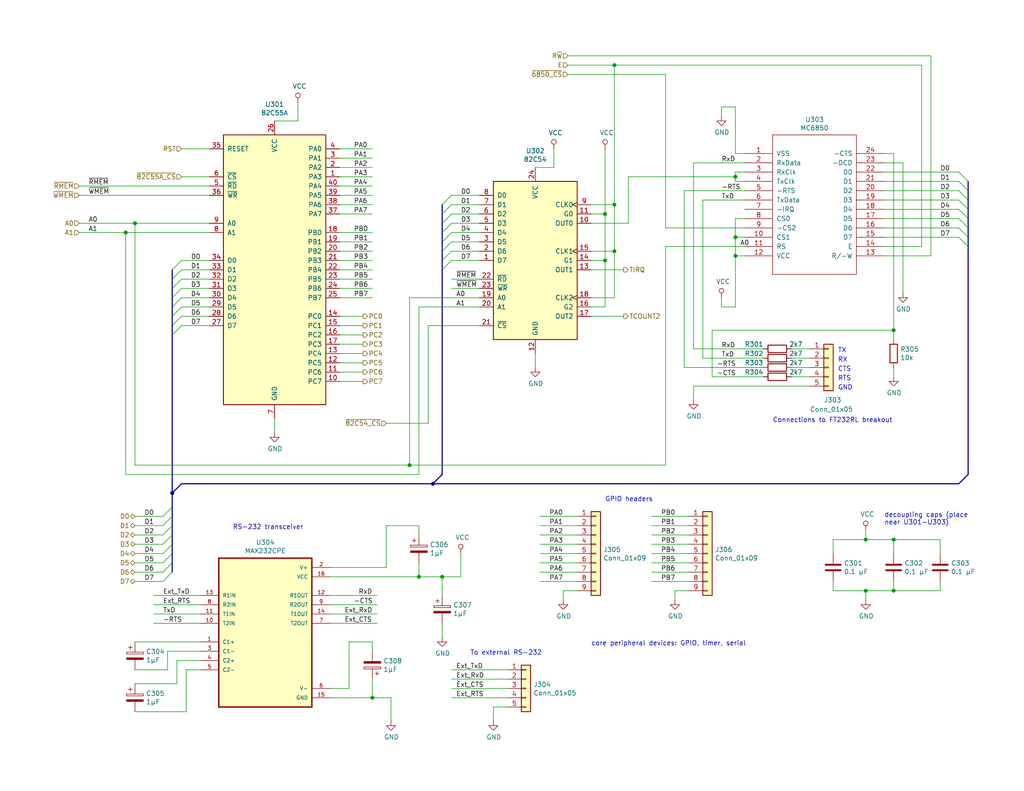
<source format=kicad_sch>
(kicad_sch (version 20211123) (generator eeschema)
  (paper "USLetter")
  (lib_symbols
    (symbol "Connector_Generic:Conn_01x05" (pin_names (offset 1.016) hide)
      (property "Reference" "J" (at 0 7.62 0))
      (property "Value" "Conn_01x05" (at 0 -7.62 0))
      (symbol "Conn_01x05_1_1"
        (rectangle (start -1.27 -4.953) (end 0 -5.207) (stroke (width 0.1524)))
        (rectangle (start -1.27 -2.413) (end 0 -2.667) (stroke (width 0.1524)))
        (rectangle (start -1.27 0.127) (end 0 -0.127) (stroke (width 0.1524)))
        (rectangle (start -1.27 2.667) (end 0 2.413) (stroke (width 0.1524)))
        (rectangle (start -1.27 5.207) (end 0 4.953) (stroke (width 0.1524)))
        (rectangle (start -1.27 6.35) (end 1.27 -6.35) (stroke (width 0.254)) (fill (type background)))
        (pin passive line (at -5.08 5.08 0) (length 3.81) (name "Pin_1") (number "1"))
        (pin passive line (at -5.08 2.54 0) (length 3.81) (name "Pin_2") (number "2"))
        (pin passive line (at -5.08 0 0) (length 3.81) (name "Pin_3") (number "3"))
        (pin passive line (at -5.08 -2.54 0) (length 3.81) (name "Pin_4") (number "4"))
        (pin passive line (at -5.08 -5.08 0) (length 3.81) (name "Pin_5") (number "5"))
      )
    )
    (symbol "Connector_Generic:Conn_01x09" (pin_names (offset 1.016) hide)
      (property "Reference" "J" (at 0 12.7 0))
      (property "Value" "Conn_01x09" (at 0 -12.7 0))
      (symbol "Conn_01x09_1_1"
        (rectangle (start -1.27 -10.033) (end 0 -10.287) (stroke (width 0.1524)))
        (rectangle (start -1.27 -7.493) (end 0 -7.747) (stroke (width 0.1524)))
        (rectangle (start -1.27 -4.953) (end 0 -5.207) (stroke (width 0.1524)))
        (rectangle (start -1.27 -2.413) (end 0 -2.667) (stroke (width 0.1524)))
        (rectangle (start -1.27 0.127) (end 0 -0.127) (stroke (width 0.1524)))
        (rectangle (start -1.27 2.667) (end 0 2.413) (stroke (width 0.1524)))
        (rectangle (start -1.27 5.207) (end 0 4.953) (stroke (width 0.1524)))
        (rectangle (start -1.27 7.747) (end 0 7.493) (stroke (width 0.1524)))
        (rectangle (start -1.27 10.287) (end 0 10.033) (stroke (width 0.1524)))
        (rectangle (start -1.27 11.43) (end 1.27 -11.43) (stroke (width 0.254)) (fill (type background)))
        (pin passive line (at -5.08 10.16 0) (length 3.81) (name "Pin_1") (number "1"))
        (pin passive line (at -5.08 7.62 0) (length 3.81) (name "Pin_2") (number "2"))
        (pin passive line (at -5.08 5.08 0) (length 3.81) (name "Pin_3") (number "3"))
        (pin passive line (at -5.08 2.54 0) (length 3.81) (name "Pin_4") (number "4"))
        (pin passive line (at -5.08 0 0) (length 3.81) (name "Pin_5") (number "5"))
        (pin passive line (at -5.08 -2.54 0) (length 3.81) (name "Pin_6") (number "6"))
        (pin passive line (at -5.08 -5.08 0) (length 3.81) (name "Pin_7") (number "7"))
        (pin passive line (at -5.08 -7.62 0) (length 3.81) (name "Pin_8") (number "8"))
        (pin passive line (at -5.08 -10.16 0) (length 3.81) (name "Pin_9") (number "9"))
      )
    )
    (symbol "Interface:82C55A" (pin_names (offset 1.016))
      (property "Reference" "U" (at -13.97 38.1 0))
      (property "Value" "82C55A" (at 8.89 38.1 0))
      (symbol "82C55A_1_1"
        (rectangle (start -13.97 -36.83) (end 13.97 36.83) (stroke (width 0.254)) (fill (type background)))
        (pin bidirectional line (at 17.78 25.4 180) (length 3.81) (name "PA3") (number "1"))
        (pin bidirectional line (at 17.78 -30.48 180) (length 3.81) (name "PC7") (number "10"))
        (pin bidirectional line (at 17.78 -27.94 180) (length 3.81) (name "PC6") (number "11"))
        (pin bidirectional line (at 17.78 -25.4 180) (length 3.81) (name "PC5") (number "12"))
        (pin bidirectional line (at 17.78 -22.86 180) (length 3.81) (name "PC4") (number "13"))
        (pin bidirectional line (at 17.78 -12.7 180) (length 3.81) (name "PC0") (number "14"))
        (pin bidirectional line (at 17.78 -15.24 180) (length 3.81) (name "PC1") (number "15"))
        (pin bidirectional line (at 17.78 -17.78 180) (length 3.81) (name "PC2") (number "16"))
        (pin bidirectional line (at 17.78 -20.32 180) (length 3.81) (name "PC3") (number "17"))
        (pin bidirectional line (at 17.78 10.16 180) (length 3.81) (name "PB0") (number "18"))
        (pin bidirectional line (at 17.78 7.62 180) (length 3.81) (name "PB1") (number "19"))
        (pin bidirectional line (at 17.78 27.94 180) (length 3.81) (name "PA2") (number "2"))
        (pin bidirectional line (at 17.78 5.08 180) (length 3.81) (name "PB2") (number "20"))
        (pin bidirectional line (at 17.78 2.54 180) (length 3.81) (name "PB3") (number "21"))
        (pin bidirectional line (at 17.78 0 180) (length 3.81) (name "PB4") (number "22"))
        (pin bidirectional line (at 17.78 -2.54 180) (length 3.81) (name "PB5") (number "23"))
        (pin bidirectional line (at 17.78 -5.08 180) (length 3.81) (name "PB6") (number "24"))
        (pin bidirectional line (at 17.78 -7.62 180) (length 3.81) (name "PB7") (number "25"))
        (pin power_in line (at 0 40.64 270) (length 3.81) (name "VCC") (number "26"))
        (pin bidirectional line (at -17.78 -15.24 0) (length 3.81) (name "D7") (number "27"))
        (pin bidirectional line (at -17.78 -12.7 0) (length 3.81) (name "D6") (number "28"))
        (pin bidirectional line (at -17.78 -10.16 0) (length 3.81) (name "D5") (number "29"))
        (pin bidirectional line (at 17.78 30.48 180) (length 3.81) (name "PA1") (number "3"))
        (pin bidirectional line (at -17.78 -7.62 0) (length 3.81) (name "D4") (number "30"))
        (pin bidirectional line (at -17.78 -5.08 0) (length 3.81) (name "D3") (number "31"))
        (pin bidirectional line (at -17.78 -2.54 0) (length 3.81) (name "D2") (number "32"))
        (pin bidirectional line (at -17.78 0 0) (length 3.81) (name "D1") (number "33"))
        (pin bidirectional line (at -17.78 2.54 0) (length 3.81) (name "D0") (number "34"))
        (pin input line (at -17.78 33.02 0) (length 3.81) (name "RESET") (number "35"))
        (pin input line (at -17.78 20.32 0) (length 3.81) (name "~{WR}") (number "36"))
        (pin bidirectional line (at 17.78 15.24 180) (length 3.81) (name "PA7") (number "37"))
        (pin bidirectional line (at 17.78 17.78 180) (length 3.81) (name "PA6") (number "38"))
        (pin bidirectional line (at 17.78 20.32 180) (length 3.81) (name "PA5") (number "39"))
        (pin bidirectional line (at 17.78 33.02 180) (length 3.81) (name "PA0") (number "4"))
        (pin bidirectional line (at 17.78 22.86 180) (length 3.81) (name "PA4") (number "40"))
        (pin input line (at -17.78 22.86 0) (length 3.81) (name "~{RD}") (number "5"))
        (pin input line (at -17.78 25.4 0) (length 3.81) (name "~{CS}") (number "6"))
        (pin power_in line (at 0 -40.64 90) (length 3.81) (name "GND") (number "7"))
        (pin input line (at -17.78 10.16 0) (length 3.81) (name "A1") (number "8"))
        (pin input line (at -17.78 12.7 0) (length 3.81) (name "A0") (number "9"))
      )
    )
    (symbol "MAX232CPE:MAX232CPE" (pin_names (offset 1.016))
      (property "Reference" "U" (at -12.7 21.3106 0))
      (property "Value" "MAX232CPE" (at -12.7 -24.3078 0))
      (symbol "MAX232CPE_0_0"
        (rectangle (start -12.7 -20.32) (end 12.7 20.32) (stroke (width 0.4064)) (fill (type background)))
        (pin bidirectional line (at -17.78 -2.54 0) (length 5.08) (name "C1+") (number "1"))
        (pin input line (at -17.78 2.54 0) (length 5.08) (name "T2IN") (number "10"))
        (pin input line (at -17.78 5.08 0) (length 5.08) (name "T1IN") (number "11"))
        (pin output line (at 17.78 10.16 180) (length 5.08) (name "R1OUT") (number "12"))
        (pin input line (at -17.78 10.16 0) (length 5.08) (name "R1IN") (number "13"))
        (pin output line (at 17.78 5.08 180) (length 5.08) (name "T1OUT") (number "14"))
        (pin power_in line (at 17.78 -17.78 180) (length 5.08) (name "GND") (number "15"))
        (pin power_in line (at 17.78 15.24 180) (length 5.08) (name "VCC") (number "16"))
        (pin power_in line (at 17.78 17.78 180) (length 5.08) (name "V+") (number "2"))
        (pin bidirectional line (at -17.78 -5.08 0) (length 5.08) (name "C1-") (number "3"))
        (pin bidirectional line (at -17.78 -7.62 0) (length 5.08) (name "C2+") (number "4"))
        (pin bidirectional line (at -17.78 -10.16 0) (length 5.08) (name "C2-") (number "5"))
        (pin power_in line (at 17.78 -15.24 180) (length 5.08) (name "V-") (number "6"))
        (pin output line (at 17.78 2.54 180) (length 5.08) (name "T2OUT") (number "7"))
        (pin input line (at -17.78 7.62 0) (length 5.08) (name "R2IN") (number "8"))
        (pin output line (at 17.78 7.62 180) (length 5.08) (name "R2OUT") (number "9"))
      )
    )
    (symbol "MC6850:MC6850" (pin_names (offset 1.016))
      (property "Reference" "U" (at 0 -2.54 0))
      (property "Value" "MC6850" (at 0 2.54 0))
      (symbol "MC6850_1_0"
        (rectangle (start -11.43 -19.05) (end 11.43 19.05))
      )
      (symbol "MC6850_1_1"
        (pin power_in line (at -19.05 13.97 0) (length 7.62) (name "VSS") (number "1"))
        (pin input line (at -19.05 -8.89 0) (length 7.62) (name "CS1") (number "10"))
        (pin input line (at -19.05 -11.43 0) (length 7.62) (name "RS") (number "11"))
        (pin power_in line (at -19.05 -13.97 0) (length 7.62) (name "VCC") (number "12"))
        (pin input line (at 19.05 -13.97 180) (length 7.62) (name "R/-W") (number "13"))
        (pin input line (at 19.05 -11.43 180) (length 7.62) (name "E") (number "14"))
        (pin bidirectional line (at 19.05 -8.89 180) (length 7.62) (name "D7") (number "15"))
        (pin bidirectional line (at 19.05 -6.35 180) (length 7.62) (name "D6") (number "16"))
        (pin bidirectional line (at 19.05 -3.81 180) (length 7.62) (name "D5") (number "17"))
        (pin bidirectional line (at 19.05 -1.27 180) (length 7.62) (name "D4") (number "18"))
        (pin bidirectional line (at 19.05 1.27 180) (length 7.62) (name "D3") (number "19"))
        (pin input line (at -19.05 11.43 0) (length 7.62) (name "RxData") (number "2"))
        (pin bidirectional line (at 19.05 3.81 180) (length 7.62) (name "D2") (number "20"))
        (pin bidirectional line (at 19.05 6.35 180) (length 7.62) (name "D1") (number "21"))
        (pin bidirectional line (at 19.05 8.89 180) (length 7.62) (name "D0") (number "22"))
        (pin input line (at 19.05 11.43 180) (length 7.62) (name "-DCD") (number "23"))
        (pin input line (at 19.05 13.97 180) (length 7.62) (name "-CTS") (number "24"))
        (pin input line (at -19.05 8.89 0) (length 7.62) (name "RxClk") (number "3"))
        (pin input line (at -19.05 6.35 0) (length 7.62) (name "TxClk") (number "4"))
        (pin output line (at -19.05 3.81 0) (length 7.62) (name "-RTS") (number "5"))
        (pin output line (at -19.05 1.27 0) (length 7.62) (name "TxData") (number "6"))
        (pin output line (at -19.05 -1.27 0) (length 7.62) (name "-IRQ") (number "7"))
        (pin input line (at -19.05 -3.81 0) (length 7.62) (name "CS0") (number "8"))
        (pin input line (at -19.05 -6.35 0) (length 7.62) (name "-CS2") (number "9"))
      )
    )
    (symbol "device:C" (pin_numbers hide) (pin_names (offset 0.254))
      (property "Reference" "C" (at 0.635 2.54 0))
      (property "Value" "C" (at 0.635 -2.54 0))
      (symbol "C_0_1"
        (polyline (pts (xy -2.032 -0.762) (xy 2.032 -0.762)) (stroke (width 0.508)))
        (polyline (pts (xy -2.032 0.762) (xy 2.032 0.762)) (stroke (width 0.508)))
      )
      (symbol "C_1_1"
        (pin passive line (at 0 3.81 270) (length 2.794) (name "~") (number "1"))
        (pin passive line (at 0 -3.81 90) (length 2.794) (name "~") (number "2"))
      )
    )
    (symbol "device:CP" (pin_numbers hide) (pin_names (offset 0.254))
      (property "Reference" "C" (at 0.635 2.54 0))
      (property "Value" "CP" (at 0.635 -2.54 0))
      (symbol "CP_0_1"
        (rectangle (start -2.286 0.508) (end -2.286 1.016))
        (rectangle (start -2.286 0.508) (end 2.286 0.508))
        (polyline (pts (xy -1.778 2.286) (xy -0.762 2.286)))
        (polyline (pts (xy -1.27 2.794) (xy -1.27 1.778)))
        (rectangle (start 2.286 -0.508) (end -2.286 -1.016) (fill (type outline)))
        (rectangle (start 2.286 1.016) (end -2.286 1.016))
        (rectangle (start 2.286 1.016) (end 2.286 0.508))
      )
      (symbol "CP_1_1"
        (pin passive line (at 0 3.81 270) (length 2.794) (name "~") (number "1"))
        (pin passive line (at 0 -3.81 90) (length 2.794) (name "~") (number "2"))
      )
    )
    (symbol "device:R" (pin_numbers hide) (pin_names (offset 0))
      (property "Reference" "R" (at 2.032 0 90))
      (property "Value" "R" (at 0 0 90))
      (symbol "R_0_1"
        (rectangle (start -1.016 -2.54) (end 1.016 2.54) (stroke (width 0.254)))
      )
      (symbol "R_1_1"
        (pin passive line (at 0 3.81 270) (length 1.27) (name "~") (number "1"))
        (pin passive line (at 0 -3.81 90) (length 1.27) (name "~") (number "2"))
      )
    )
    (symbol "intel:82C54" (pin_names (offset 1.016))
      (property "Reference" "U" (at -11.43 22.86 0))
      (property "Value" "82C54" (at 2.54 22.86 0))
      (symbol "82C54_0_1"
        (rectangle (start -11.43 -21.59) (end 11.43 21.59) (stroke (width 0.254)) (fill (type background)))
      )
      (symbol "82C54_1_1"
        (pin bidirectional line (at -15.24 0 0) (length 3.81) (name "D7") (number "1"))
        (pin output line (at 15.24 10.16 180) (length 3.81) (name "OUT0") (number "10"))
        (pin input line (at 15.24 12.7 180) (length 3.81) (name "G0") (number "11"))
        (pin power_in line (at 0 -25.4 90) (length 3.81) (name "GND") (number "12"))
        (pin output line (at 15.24 -2.54 180) (length 3.81) (name "OUT1") (number "13"))
        (pin input line (at 15.24 0 180) (length 3.81) (name "G1") (number "14"))
        (pin input clock (at 15.24 2.54 180) (length 3.81) (name "CLK1") (number "15"))
        (pin input line (at 15.24 -12.7 180) (length 3.81) (name "G2") (number "16"))
        (pin output line (at 15.24 -15.24 180) (length 3.81) (name "OUT2") (number "17"))
        (pin input clock (at 15.24 -10.16 180) (length 3.81) (name "CLK2") (number "18"))
        (pin input line (at -15.24 -10.16 0) (length 3.81) (name "A0") (number "19"))
        (pin bidirectional line (at -15.24 2.54 0) (length 3.81) (name "D6") (number "2"))
        (pin input line (at -15.24 -12.7 0) (length 3.81) (name "A1") (number "20"))
        (pin input line (at -15.24 -17.78 0) (length 3.81) (name "~{CS}") (number "21"))
        (pin input line (at -15.24 -5.08 0) (length 3.81) (name "~{RD}") (number "22"))
        (pin input line (at -15.24 -7.62 0) (length 3.81) (name "~{WR}") (number "23"))
        (pin power_in line (at 0 25.4 270) (length 3.81) (name "VCC") (number "24"))
        (pin bidirectional line (at -15.24 5.08 0) (length 3.81) (name "D5") (number "3"))
        (pin bidirectional line (at -15.24 7.62 0) (length 3.81) (name "D4") (number "4"))
        (pin bidirectional line (at -15.24 10.16 0) (length 3.81) (name "D3") (number "5"))
        (pin bidirectional line (at -15.24 12.7 0) (length 3.81) (name "D2") (number "6"))
        (pin bidirectional line (at -15.24 15.24 0) (length 3.81) (name "D1") (number "7"))
        (pin bidirectional line (at -15.24 17.78 0) (length 3.81) (name "D0") (number "8"))
        (pin input clock (at 15.24 15.24 180) (length 3.81) (name "CLK0") (number "9"))
      )
    )
    (symbol "power:GND" (power) (pin_names (offset 0))
      (property "Value" "GND" (at 0 -3.81 0))
      (symbol "GND_0_1"
        (polyline (pts (xy 0 0) (xy 0 -1.27) (xy 1.27 -1.27) (xy 0 -2.54) (xy -1.27 -1.27) (xy 0 -1.27)))
      )
      (symbol "GND_1_1"
        (pin power_in line (at 0 0 270) (length 0) hide (name "GND") (number "1"))
      )
    )
    (symbol "power:VCC" (power) (pin_names (offset 0))
      (property "Value" "VCC" (at 0 3.81 0))
      (symbol "VCC_0_1"
        (polyline (pts (xy 0 0) (xy 0 1.27)))
        (circle (center 0 1.905) (radius 0.635))
      )
      (symbol "VCC_1_1"
        (pin power_in line (at 0 0 90) (length 0) hide (name "VCC") (number "1"))
      )
    )
  )
  (junction (at 243.84 90.17))
  (junction (at 165.1 71.12))
  (junction (at 36.83 60.96))
  (junction (at 167.64 17.78))
  (junction (at 118.11 132.08))
  (junction (at 200.66 69.85))
  (junction (at 114.3 157.48))
  (junction (at 111.76 127))
  (junction (at 165.1 58.42))
  (junction (at 120.65 157.48))
  (junction (at 167.64 68.58))
  (junction (at 243.84 161.29))
  (junction (at 236.22 161.29))
  (junction (at 46.99 134.62))
  (junction (at 243.84 147.32))
  (junction (at 167.64 55.88))
  (junction (at 101.6 190.5))
  (junction (at 200.66 64.77))
  (junction (at 200.66 48.26))
  (junction (at 34.29 63.5))
  (junction (at 236.22 147.32))
  (bus_entry (at 120.65 55.88) (size 2.54 -2.54))
  (bus_entry (at 120.65 63.5) (size 2.54 -2.54))
  (bus_entry (at 120.65 66.04) (size 2.54 -2.54))
  (bus_entry (at 46.99 83.82) (size 2.54 -2.54))
  (bus_entry (at 261.62 59.69) (size 2.54 2.54))
  (bus_entry (at 120.65 68.58) (size 2.54 -2.54))
  (bus_entry (at 46.99 81.28) (size 2.54 -2.54))
  (bus_entry (at 120.65 58.42) (size 2.54 -2.54))
  (bus_entry (at 120.65 60.96) (size 2.54 -2.54))
  (bus_entry (at 44.45 143.51) (size 2.54 -2.54))
  (bus_entry (at 261.62 64.77) (size 2.54 2.54))
  (bus_entry (at 120.65 71.12) (size 2.54 -2.54))
  (bus_entry (at 46.99 91.44) (size 2.54 -2.54))
  (bus_entry (at 46.99 78.74) (size 2.54 -2.54))
  (bus_entry (at 261.62 52.07) (size 2.54 2.54))
  (bus_entry (at 44.45 153.67) (size 2.54 -2.54))
  (bus_entry (at 44.45 146.05) (size 2.54 -2.54))
  (bus_entry (at 46.99 86.36) (size 2.54 -2.54))
  (bus_entry (at 261.62 62.23) (size 2.54 2.54))
  (bus_entry (at 261.62 54.61) (size 2.54 2.54))
  (bus_entry (at 261.62 57.15) (size 2.54 2.54))
  (bus_entry (at 46.99 73.66) (size 2.54 -2.54))
  (bus_entry (at 44.45 156.21) (size 2.54 -2.54))
  (bus_entry (at 261.62 46.99) (size 2.54 2.54))
  (bus_entry (at 44.45 148.59) (size 2.54 -2.54))
  (bus_entry (at 46.99 76.2) (size 2.54 -2.54))
  (bus_entry (at 120.65 73.66) (size 2.54 -2.54))
  (bus_entry (at 46.99 88.9) (size 2.54 -2.54))
  (bus_entry (at 44.45 151.13) (size 2.54 -2.54))
  (bus_entry (at 261.62 49.53) (size 2.54 2.54))
  (bus_entry (at 44.45 158.75) (size 2.54 -2.54))
  (bus_entry (at 44.45 140.97) (size 2.54 -2.54))
  (wire (pts (xy 157.48 158.75) (xy 147.32 158.75)))
  (wire (pts (xy 161.29 60.96) (xy 171.45 60.96)))
  (wire (pts (xy 57.15 88.9) (xy 49.53 88.9)))
  (wire (pts (xy 120.65 157.48) (xy 125.73 157.48)))
  (wire (pts (xy 243.84 158.75) (xy 243.84 161.29)))
  (wire (pts (xy 181.61 20.32) (xy 181.61 62.23)))
  (wire (pts (xy 120.65 162.56) (xy 120.65 157.48)))
  (wire (pts (xy 161.29 86.36) (xy 170.18 86.36)))
  (wire (pts (xy 138.43 185.42) (xy 123.19 185.42)))
  (wire (pts (xy 165.1 58.42) (xy 165.1 40.64)))
  (bus (pts (xy 46.99 83.82) (xy 46.99 86.36)))
  (wire (pts (xy 186.69 100.33) (xy 208.28 100.33)))
  (wire (pts (xy 48.26 186.69) (xy 36.83 186.69)))
  (wire (pts (xy 48.26 180.34) (xy 48.26 186.69)))
  (wire (pts (xy 44.45 151.13) (xy 36.83 151.13)))
  (wire (pts (xy 236.22 147.32) (xy 236.22 144.78)))
  (wire (pts (xy 44.45 148.59) (xy 36.83 148.59)))
  (wire (pts (xy 241.3 52.07) (xy 261.62 52.07)))
  (bus (pts (xy 46.99 153.67) (xy 46.99 156.21)))
  (wire (pts (xy 251.46 67.31) (xy 251.46 17.78)))
  (wire (pts (xy 203.2 59.69) (xy 200.66 59.69)))
  (wire (pts (xy 187.96 148.59) (xy 177.8 148.59)))
  (wire (pts (xy 57.15 83.82) (xy 49.53 83.82)))
  (bus (pts (xy 120.65 66.04) (xy 120.65 68.58)))
  (wire (pts (xy 196.85 83.82) (xy 196.85 81.28)))
  (wire (pts (xy 102.87 165.1) (xy 90.17 165.1)))
  (bus (pts (xy 264.16 52.07) (xy 264.16 54.61)))
  (wire (pts (xy 130.81 58.42) (xy 123.19 58.42)))
  (wire (pts (xy 200.66 46.99) (xy 200.66 48.26)))
  (wire (pts (xy 114.3 83.82) (xy 130.81 83.82)))
  (wire (pts (xy 227.33 158.75) (xy 227.33 161.29)))
  (wire (pts (xy 130.81 63.5) (xy 123.19 63.5)))
  (wire (pts (xy 200.66 41.91) (xy 200.66 29.21)))
  (bus (pts (xy 120.65 63.5) (xy 120.65 66.04)))
  (wire (pts (xy 50.8 182.88) (xy 54.61 182.88)))
  (wire (pts (xy 194.31 90.17) (xy 243.84 90.17)))
  (wire (pts (xy 134.62 196.85) (xy 134.62 193.04)))
  (bus (pts (xy 46.99 78.74) (xy 46.99 81.28)))
  (wire (pts (xy 101.6 175.26) (xy 101.6 177.8)))
  (wire (pts (xy 138.43 187.96) (xy 123.19 187.96)))
  (wire (pts (xy 130.81 76.2) (xy 123.19 76.2)))
  (wire (pts (xy 187.96 151.13) (xy 177.8 151.13)))
  (wire (pts (xy 57.15 60.96) (xy 36.83 60.96)))
  (wire (pts (xy 200.66 83.82) (xy 196.85 83.82)))
  (wire (pts (xy 74.93 33.02) (xy 81.28 33.02)))
  (bus (pts (xy 46.99 134.62) (xy 46.99 138.43)))
  (wire (pts (xy 203.2 52.07) (xy 186.69 52.07)))
  (wire (pts (xy 243.84 41.91) (xy 243.84 90.17)))
  (wire (pts (xy 157.48 156.21) (xy 147.32 156.21)))
  (wire (pts (xy 187.96 156.21) (xy 177.8 156.21)))
  (wire (pts (xy 165.1 71.12) (xy 165.1 58.42)))
  (wire (pts (xy 92.71 88.9) (xy 99.06 88.9)))
  (wire (pts (xy 161.29 58.42) (xy 165.1 58.42)))
  (wire (pts (xy 57.15 40.64) (xy 49.53 40.64)))
  (wire (pts (xy 181.61 67.31) (xy 181.61 127)))
  (wire (pts (xy 57.15 71.12) (xy 49.53 71.12)))
  (bus (pts (xy 46.99 73.66) (xy 46.99 76.2)))
  (wire (pts (xy 215.9 102.87) (xy 220.98 102.87)))
  (wire (pts (xy 256.54 147.32) (xy 243.84 147.32)))
  (wire (pts (xy 187.96 143.51) (xy 177.8 143.51)))
  (wire (pts (xy 243.84 151.13) (xy 243.84 147.32)))
  (wire (pts (xy 44.45 153.67) (xy 36.83 153.67)))
  (wire (pts (xy 203.2 41.91) (xy 200.66 41.91)))
  (wire (pts (xy 92.71 48.26) (xy 101.6 48.26)))
  (wire (pts (xy 101.6 190.5) (xy 106.68 190.5)))
  (wire (pts (xy 57.15 73.66) (xy 49.53 73.66)))
  (wire (pts (xy 36.83 194.31) (xy 50.8 194.31)))
  (wire (pts (xy 45.72 177.8) (xy 54.61 177.8)))
  (wire (pts (xy 254 15.24) (xy 154.94 15.24)))
  (wire (pts (xy 125.73 157.48) (xy 125.73 151.13)))
  (wire (pts (xy 92.71 58.42) (xy 101.6 58.42)))
  (wire (pts (xy 54.61 162.56) (xy 41.91 162.56)))
  (wire (pts (xy 157.48 140.97) (xy 147.32 140.97)))
  (wire (pts (xy 189.23 105.41) (xy 220.98 105.41)))
  (wire (pts (xy 241.3 46.99) (xy 261.62 46.99)))
  (wire (pts (xy 243.84 161.29) (xy 236.22 161.29)))
  (wire (pts (xy 130.81 78.74) (xy 123.19 78.74)))
  (wire (pts (xy 57.15 78.74) (xy 49.53 78.74)))
  (wire (pts (xy 241.3 67.31) (xy 251.46 67.31)))
  (wire (pts (xy 146.05 96.52) (xy 146.05 100.33)))
  (wire (pts (xy 102.87 167.64) (xy 90.17 167.64)))
  (bus (pts (xy 118.11 132.08) (xy 120.65 129.54)))
  (wire (pts (xy 241.3 69.85) (xy 254 69.85)))
  (bus (pts (xy 46.99 91.44) (xy 46.99 134.62)))
  (bus (pts (xy 46.99 138.43) (xy 46.99 140.97)))
  (wire (pts (xy 241.3 49.53) (xy 261.62 49.53)))
  (wire (pts (xy 227.33 161.29) (xy 236.22 161.29)))
  (wire (pts (xy 171.45 60.96) (xy 171.45 48.26)))
  (wire (pts (xy 92.71 73.66) (xy 101.6 73.66)))
  (wire (pts (xy 130.81 71.12) (xy 123.19 71.12)))
  (wire (pts (xy 189.23 95.25) (xy 208.28 95.25)))
  (bus (pts (xy 264.16 62.23) (xy 264.16 64.77)))
  (bus (pts (xy 264.16 67.31) (xy 264.16 129.54)))
  (wire (pts (xy 165.1 83.82) (xy 165.1 71.12)))
  (wire (pts (xy 92.71 71.12) (xy 101.6 71.12)))
  (wire (pts (xy 241.3 64.77) (xy 261.62 64.77)))
  (wire (pts (xy 101.6 185.42) (xy 101.6 190.5)))
  (wire (pts (xy 44.45 158.75) (xy 36.83 158.75)))
  (bus (pts (xy 264.16 49.53) (xy 264.16 52.07)))
  (bus (pts (xy 46.99 86.36) (xy 46.99 88.9)))
  (wire (pts (xy 181.61 127) (xy 111.76 127)))
  (wire (pts (xy 215.9 95.25) (xy 220.98 95.25)))
  (wire (pts (xy 130.81 53.34) (xy 123.19 53.34)))
  (wire (pts (xy 187.96 140.97) (xy 177.8 140.97)))
  (wire (pts (xy 90.17 190.5) (xy 101.6 190.5)))
  (wire (pts (xy 111.76 81.28) (xy 111.76 127)))
  (wire (pts (xy 151.13 45.72) (xy 151.13 40.64)))
  (wire (pts (xy 92.71 91.44) (xy 99.06 91.44)))
  (wire (pts (xy 54.61 175.26) (xy 36.83 175.26)))
  (wire (pts (xy 130.81 68.58) (xy 123.19 68.58)))
  (wire (pts (xy 200.66 64.77) (xy 200.66 69.85)))
  (wire (pts (xy 92.71 86.36) (xy 99.06 86.36)))
  (wire (pts (xy 130.81 60.96) (xy 123.19 60.96)))
  (wire (pts (xy 187.96 153.67) (xy 177.8 153.67)))
  (wire (pts (xy 92.71 76.2) (xy 101.6 76.2)))
  (bus (pts (xy 264.16 57.15) (xy 264.16 59.69)))
  (bus (pts (xy 46.99 76.2) (xy 46.99 78.74)))
  (wire (pts (xy 200.66 59.69) (xy 200.66 64.77)))
  (wire (pts (xy 114.3 83.82) (xy 114.3 129.54)))
  (wire (pts (xy 92.71 66.04) (xy 101.6 66.04)))
  (wire (pts (xy 184.15 161.29) (xy 184.15 163.83)))
  (wire (pts (xy 81.28 33.02) (xy 81.28 27.94)))
  (wire (pts (xy 161.29 71.12) (xy 165.1 71.12)))
  (wire (pts (xy 116.84 88.9) (xy 116.84 115.57)))
  (wire (pts (xy 243.84 147.32) (xy 236.22 147.32)))
  (wire (pts (xy 92.71 99.06) (xy 99.06 99.06)))
  (wire (pts (xy 171.45 48.26) (xy 200.66 48.26)))
  (wire (pts (xy 90.17 187.96) (xy 95.25 187.96)))
  (bus (pts (xy 120.65 55.88) (xy 120.65 58.42)))
  (wire (pts (xy 241.3 57.15) (xy 261.62 57.15)))
  (wire (pts (xy 50.8 194.31) (xy 50.8 182.88)))
  (wire (pts (xy 203.2 49.53) (xy 200.66 49.53)))
  (wire (pts (xy 57.15 86.36) (xy 49.53 86.36)))
  (wire (pts (xy 92.71 104.14) (xy 99.06 104.14)))
  (wire (pts (xy 203.2 69.85) (xy 200.66 69.85)))
  (wire (pts (xy 236.22 161.29) (xy 236.22 163.83)))
  (bus (pts (xy 264.16 64.77) (xy 264.16 67.31)))
  (wire (pts (xy 44.45 156.21) (xy 36.83 156.21)))
  (wire (pts (xy 57.15 48.26) (xy 49.53 48.26)))
  (wire (pts (xy 34.29 129.54) (xy 34.29 63.5)))
  (wire (pts (xy 157.48 148.59) (xy 147.32 148.59)))
  (bus (pts (xy 120.65 58.42) (xy 120.65 60.96)))
  (wire (pts (xy 57.15 81.28) (xy 49.53 81.28)))
  (wire (pts (xy 251.46 17.78) (xy 167.64 17.78)))
  (wire (pts (xy 200.66 48.26) (xy 200.66 49.53)))
  (wire (pts (xy 130.81 55.88) (xy 123.19 55.88)))
  (wire (pts (xy 189.23 44.45) (xy 189.23 95.25)))
  (bus (pts (xy 46.99 143.51) (xy 46.99 146.05)))
  (wire (pts (xy 57.15 76.2) (xy 49.53 76.2)))
  (wire (pts (xy 120.65 170.18) (xy 120.65 173.99)))
  (wire (pts (xy 161.29 55.88) (xy 167.64 55.88)))
  (wire (pts (xy 157.48 151.13) (xy 147.32 151.13)))
  (bus (pts (xy 46.99 140.97) (xy 46.99 143.51)))
  (wire (pts (xy 44.45 140.97) (xy 36.83 140.97)))
  (wire (pts (xy 187.96 146.05) (xy 177.8 146.05)))
  (wire (pts (xy 114.3 129.54) (xy 34.29 129.54)))
  (wire (pts (xy 167.64 81.28) (xy 167.64 68.58)))
  (wire (pts (xy 116.84 115.57) (xy 105.41 115.57)))
  (wire (pts (xy 114.3 153.67) (xy 114.3 157.48)))
  (bus (pts (xy 120.65 71.12) (xy 120.65 73.66)))
  (wire (pts (xy 161.29 73.66) (xy 170.18 73.66)))
  (wire (pts (xy 105.41 154.94) (xy 90.17 154.94)))
  (wire (pts (xy 167.64 55.88) (xy 167.64 17.78)))
  (wire (pts (xy 153.67 161.29) (xy 153.67 163.83)))
  (wire (pts (xy 54.61 167.64) (xy 41.91 167.64)))
  (wire (pts (xy 191.77 54.61) (xy 191.77 97.79)))
  (wire (pts (xy 92.71 101.6) (xy 99.06 101.6)))
  (wire (pts (xy 36.83 127) (xy 36.83 60.96)))
  (wire (pts (xy 54.61 170.18) (xy 41.91 170.18)))
  (wire (pts (xy 243.84 92.71) (xy 243.84 90.17)))
  (wire (pts (xy 157.48 143.51) (xy 147.32 143.51)))
  (wire (pts (xy 241.3 62.23) (xy 261.62 62.23)))
  (wire (pts (xy 92.71 81.28) (xy 101.6 81.28)))
  (wire (pts (xy 130.81 88.9) (xy 116.84 88.9)))
  (bus (pts (xy 46.99 146.05) (xy 46.99 148.59)))
  (wire (pts (xy 200.66 29.21) (xy 196.85 29.21)))
  (wire (pts (xy 167.64 17.78) (xy 154.94 17.78)))
  (wire (pts (xy 92.71 53.34) (xy 101.6 53.34)))
  (wire (pts (xy 157.48 153.67) (xy 147.32 153.67)))
  (wire (pts (xy 90.17 157.48) (xy 114.3 157.48)))
  (wire (pts (xy 187.96 158.75) (xy 177.8 158.75)))
  (wire (pts (xy 191.77 97.79) (xy 208.28 97.79)))
  (wire (pts (xy 92.71 55.88) (xy 101.6 55.88)))
  (wire (pts (xy 95.25 187.96) (xy 95.25 175.26)))
  (wire (pts (xy 256.54 161.29) (xy 243.84 161.29)))
  (wire (pts (xy 74.93 114.3) (xy 74.93 118.11)))
  (wire (pts (xy 187.96 161.29) (xy 184.15 161.29)))
  (wire (pts (xy 200.66 69.85) (xy 200.66 83.82)))
  (wire (pts (xy 227.33 147.32) (xy 236.22 147.32)))
  (wire (pts (xy 36.83 182.88) (xy 45.72 182.88)))
  (wire (pts (xy 138.43 190.5) (xy 123.19 190.5)))
  (bus (pts (xy 261.62 132.08) (xy 264.16 129.54)))
  (bus (pts (xy 264.16 59.69) (xy 264.16 62.23)))
  (wire (pts (xy 161.29 83.82) (xy 165.1 83.82)))
  (wire (pts (xy 167.64 68.58) (xy 167.64 55.88)))
  (wire (pts (xy 241.3 54.61) (xy 261.62 54.61)))
  (bus (pts (xy 120.65 60.96) (xy 120.65 63.5)))
  (wire (pts (xy 138.43 182.88) (xy 123.19 182.88)))
  (bus (pts (xy 46.99 134.62) (xy 49.53 132.08)))
  (wire (pts (xy 92.71 68.58) (xy 101.6 68.58)))
  (wire (pts (xy 111.76 81.28) (xy 130.81 81.28)))
  (wire (pts (xy 111.76 127) (xy 36.83 127)))
  (bus (pts (xy 49.53 132.08) (xy 118.11 132.08)))
  (wire (pts (xy 146.05 45.72) (xy 151.13 45.72)))
  (wire (pts (xy 189.23 105.41) (xy 189.23 109.22)))
  (wire (pts (xy 241.3 44.45) (xy 246.38 44.45)))
  (wire (pts (xy 254 69.85) (xy 254 15.24)))
  (wire (pts (xy 181.61 67.31) (xy 203.2 67.31)))
  (wire (pts (xy 92.71 78.74) (xy 101.6 78.74)))
  (wire (pts (xy 114.3 146.05) (xy 114.3 143.51)))
  (wire (pts (xy 92.71 40.64) (xy 101.6 40.64)))
  (wire (pts (xy 243.84 100.33) (xy 243.84 102.87)))
  (wire (pts (xy 196.85 29.21) (xy 196.85 31.75)))
  (wire (pts (xy 36.83 60.96) (xy 21.59 60.96)))
  (wire (pts (xy 227.33 151.13) (xy 227.33 147.32)))
  (wire (pts (xy 208.28 102.87) (xy 194.31 102.87)))
  (wire (pts (xy 92.71 50.8) (xy 101.6 50.8)))
  (wire (pts (xy 44.45 146.05) (xy 36.83 146.05)))
  (wire (pts (xy 161.29 68.58) (xy 167.64 68.58)))
  (wire (pts (xy 54.61 180.34) (xy 48.26 180.34)))
  (wire (pts (xy 45.72 182.88) (xy 45.72 177.8)))
  (wire (pts (xy 181.61 62.23) (xy 203.2 62.23)))
  (wire (pts (xy 256.54 158.75) (xy 256.54 161.29)))
  (wire (pts (xy 92.71 43.18) (xy 101.6 43.18)))
  (wire (pts (xy 57.15 53.34) (xy 21.59 53.34)))
  (wire (pts (xy 203.2 54.61) (xy 191.77 54.61)))
  (bus (pts (xy 118.11 132.08) (xy 261.62 132.08)))
  (wire (pts (xy 54.61 165.1) (xy 41.91 165.1)))
  (wire (pts (xy 102.87 170.18) (xy 90.17 170.18)))
  (bus (pts (xy 264.16 54.61) (xy 264.16 57.15)))
  (wire (pts (xy 194.31 90.17) (xy 194.31 102.87)))
  (wire (pts (xy 161.29 81.28) (xy 167.64 81.28)))
  (wire (pts (xy 105.41 143.51) (xy 105.41 154.94)))
  (wire (pts (xy 241.3 41.91) (xy 243.84 41.91)))
  (wire (pts (xy 157.48 146.05) (xy 147.32 146.05)))
  (wire (pts (xy 203.2 64.77) (xy 200.66 64.77)))
  (wire (pts (xy 106.68 190.5) (xy 106.68 196.85)))
  (bus (pts (xy 46.99 88.9) (xy 46.99 91.44)))
  (wire (pts (xy 44.45 143.51) (xy 36.83 143.51)))
  (wire (pts (xy 241.3 59.69) (xy 261.62 59.69)))
  (wire (pts (xy 92.71 45.72) (xy 101.6 45.72)))
  (wire (pts (xy 157.48 161.29) (xy 153.67 161.29)))
  (wire (pts (xy 92.71 96.52) (xy 99.06 96.52)))
  (wire (pts (xy 215.9 100.33) (xy 220.98 100.33)))
  (wire (pts (xy 114.3 143.51) (xy 105.41 143.51)))
  (wire (pts (xy 92.71 93.98) (xy 99.06 93.98)))
  (wire (pts (xy 95.25 175.26) (xy 101.6 175.26)))
  (wire (pts (xy 130.81 66.04) (xy 123.19 66.04)))
  (bus (pts (xy 120.65 73.66) (xy 120.65 129.54)))
  (wire (pts (xy 57.15 50.8) (xy 21.59 50.8)))
  (bus (pts (xy 120.65 68.58) (xy 120.65 71.12)))
  (wire (pts (xy 138.43 193.04) (xy 134.62 193.04)))
  (wire (pts (xy 34.29 63.5) (xy 21.59 63.5)))
  (wire (pts (xy 154.94 20.32) (xy 181.61 20.32)))
  (wire (pts (xy 186.69 52.07) (xy 186.69 100.33)))
  (wire (pts (xy 203.2 44.45) (xy 189.23 44.45)))
  (wire (pts (xy 102.87 162.56) (xy 90.17 162.56)))
  (bus (pts (xy 46.99 81.28) (xy 46.99 83.82)))
  (wire (pts (xy 200.66 46.99) (xy 203.2 46.99)))
  (wire (pts (xy 215.9 97.79) (xy 220.98 97.79)))
  (wire (pts (xy 92.71 63.5) (xy 101.6 63.5)))
  (wire (pts (xy 114.3 157.48) (xy 120.65 157.48)))
  (bus (pts (xy 46.99 148.59) (xy 46.99 151.13)))
  (bus (pts (xy 46.99 151.13) (xy 46.99 153.67)))
  (wire (pts (xy 246.38 44.45) (xy 246.38 80.01)))
  (wire (pts (xy 57.15 63.5) (xy 34.29 63.5)))
  (wire (pts (xy 256.54 151.13) (xy 256.54 147.32)))
  (text "GPIO headers" (at 165.1 137.16 0) (effects (font (size 1.27 1.27)) (justify left bottom)))
  (text "decoupling caps (place\nnear U301-U303)" (at 241.3 143.51 0) (effects (font (size 1.27 1.27)) (justify left bottom)))
  (text "GND" (at 228.6 106.68 0) (effects (font (size 1.27 1.27)) (justify left bottom)))
  (text "core peripheral devices: GPIO, timer, serial" (at 161.29 176.53 0) (effects (font (size 1.27 1.27)) (justify left bottom)))
  (text "RS-232 transceiver" (at 63.5 144.78 0) (effects (font (size 1.27 1.27)) (justify left bottom)))
  (text "Connections to FT232RL breakout" (at 210.82 115.57 0) (effects (font (size 1.27 1.27)) (justify left bottom)))
  (text "To external RS-232" (at 128.27 179.07 0) (effects (font (size 1.27 1.27)) (justify left bottom)))
  (text "CTS" (at 228.6 101.6 0) (effects (font (size 1.27 1.27)) (justify left bottom)))
  (text "RTS" (at 228.6 104.14 0) (effects (font (size 1.27 1.27)) (justify left bottom)))
  (text "TX" (at 228.6 96.52 0) (effects (font (size 1.27 1.27)) (justify left bottom)))
  (text "RX" (at 228.6 99.06 0) (effects (font (size 1.27 1.27)) (justify left bottom)))
  (label "PB2" (at 180.34 146.05 0))
  (label "PA5" (at 96.52 53.34 0))
  (label "D3" (at 52.07 78.74 0))
  (label "D1" (at 125.73 55.88 0))
  (label "Ext_RxD" (at 93.98 167.64 0))
  (label "~{RMEM}" (at 24.13 50.8 0))
  (label "D2" (at 52.07 76.2 0))
  (label "Ext_RxD" (at 124.46 185.42 0))
  (label "PA2" (at 96.52 45.72 0))
  (label "PA2" (at 149.86 146.05 0))
  (label "PA4" (at 149.86 151.13 0))
  (label "PB5" (at 96.52 76.2 0))
  (label "D1" (at 52.07 73.66 0))
  (label "PA7" (at 96.52 58.42 0))
  (label "PA0" (at 96.52 40.64 0))
  (label "A0" (at 124.46 81.28 0))
  (label "D0" (at 52.07 71.12 0))
  (label "D4" (at 125.73 63.5 0))
  (label "PB1" (at 180.34 143.51 0))
  (label "D3" (at 256.54 54.61 0))
  (label "D0" (at 256.54 46.99 0))
  (label "TxD" (at 44.45 167.64 0))
  (label "PA1" (at 96.52 43.18 0))
  (label "-CTS" (at 195.58 102.87 0))
  (label "D5" (at 52.07 83.82 0))
  (label "D7" (at 39.37 158.75 0))
  (label "PA4" (at 96.52 50.8 0))
  (label "D6" (at 125.73 68.58 0))
  (label "PB3" (at 180.34 148.59 0))
  (label "PB7" (at 96.52 81.28 0))
  (label "PA6" (at 149.86 156.21 0))
  (label "PB0" (at 180.34 140.97 0))
  (label "PB7" (at 180.34 158.75 0))
  (label "PA1" (at 149.86 143.51 0))
  (label "PA3" (at 96.52 48.26 0))
  (label "A0" (at 201.93 67.31 0))
  (label "PA7" (at 149.86 158.75 0))
  (label "D5" (at 256.54 59.69 0))
  (label "D4" (at 256.54 57.15 0))
  (label "D0" (at 39.37 140.97 0))
  (label "Ext_RTS" (at 124.46 190.5 0))
  (label "~{RMEM}" (at 124.46 76.2 0))
  (label "PB4" (at 180.34 151.13 0))
  (label "A1" (at 124.46 83.82 0))
  (label "D2" (at 39.37 146.05 0))
  (label "TxD" (at 196.85 54.61 0))
  (label "PB2" (at 96.52 68.58 0))
  (label "PB5" (at 180.34 153.67 0))
  (label "PB3" (at 96.52 71.12 0))
  (label "RxD" (at 196.85 44.45 0))
  (label "D4" (at 39.37 151.13 0))
  (label "D1" (at 39.37 143.51 0))
  (label "D0" (at 125.73 53.34 0))
  (label "-RTS" (at 44.45 170.18 0))
  (label "PA0" (at 149.86 140.97 0))
  (label "A1" (at 24.13 63.5 0))
  (label "D3" (at 125.73 60.96 0))
  (label "Ext_CTS" (at 124.46 187.96 0))
  (label "D6" (at 39.37 156.21 0))
  (label "TxD" (at 196.85 97.79 0))
  (label "Ext_RTS" (at 44.45 165.1 0))
  (label "PB0" (at 96.52 63.5 0))
  (label "D3" (at 39.37 148.59 0))
  (label "D2" (at 125.73 58.42 0))
  (label "D6" (at 256.54 62.23 0))
  (label "-RTS" (at 196.85 52.07 0))
  (label "D7" (at 125.73 71.12 0))
  (label "-RTS" (at 195.58 100.33 0))
  (label "D7" (at 256.54 64.77 0))
  (label "RxD" (at 196.85 95.25 0))
  (label "D6" (at 52.07 86.36 0))
  (label "Ext_TxD" (at 44.45 162.56 0))
  (label "RxD" (at 97.79 162.56 0))
  (label "PA3" (at 149.86 148.59 0))
  (label "A0" (at 24.13 60.96 0))
  (label "D1" (at 256.54 49.53 0))
  (label "PB1" (at 96.52 66.04 0))
  (label "PB4" (at 96.52 73.66 0))
  (label "PB6" (at 180.34 156.21 0))
  (label "~{WMEM}" (at 124.46 78.74 0))
  (label "PB6" (at 96.52 78.74 0))
  (label "D2" (at 256.54 52.07 0))
  (label "Ext_TxD" (at 124.46 182.88 0))
  (label "D7" (at 52.07 88.9 0))
  (label "Ext_CTS" (at 93.98 170.18 0))
  (label "PA5" (at 149.86 153.67 0))
  (label "-CTS" (at 96.52 165.1 0))
  (label "PA6" (at 96.52 55.88 0))
  (label "~{WMEM}" (at 24.13 53.34 0))
  (label "D4" (at 52.07 81.28 0))
  (label "D5" (at 125.73 66.04 0))
  (label "D5" (at 39.37 153.67 0))
  (hierarchical_label "A0" (shape input) (at 21.59 60.96 180))
  (hierarchical_label "D1" (shape bidirectional) (at 36.83 143.51 180))
  (hierarchical_label "RST" (shape input) (at 49.53 40.64 180))
  (hierarchical_label "PC3" (shape output) (at 99.06 93.98 0))
  (hierarchical_label "R~{W}" (shape input) (at 154.94 15.24 180))
  (hierarchical_label "D6" (shape bidirectional) (at 36.83 156.21 180))
  (hierarchical_label "A1" (shape input) (at 21.59 63.5 180))
  (hierarchical_label "D2" (shape bidirectional) (at 36.83 146.05 180))
  (hierarchical_label "E" (shape input) (at 154.94 17.78 180))
  (hierarchical_label "~{6850_CS}" (shape input) (at 154.94 20.32 180))
  (hierarchical_label "PC2" (shape output) (at 99.06 91.44 0))
  (hierarchical_label "PC0" (shape output) (at 99.06 86.36 0))
  (hierarchical_label "PC5" (shape output) (at 99.06 99.06 0))
  (hierarchical_label "PC6" (shape output) (at 99.06 101.6 0))
  (hierarchical_label "D4" (shape bidirectional) (at 36.83 151.13 180))
  (hierarchical_label "D3" (shape bidirectional) (at 36.83 148.59 180))
  (hierarchical_label "~{WMEM}" (shape input) (at 21.59 53.34 180))
  (hierarchical_label "D5" (shape bidirectional) (at 36.83 153.67 180))
  (hierarchical_label "PC4" (shape output) (at 99.06 96.52 0))
  (hierarchical_label "D0" (shape bidirectional) (at 36.83 140.97 180))
  (hierarchical_label "TIRQ" (shape output) (at 170.18 73.66 0))
  (hierarchical_label "~{RMEM}" (shape input) (at 21.59 50.8 180))
  (hierarchical_label "PC7" (shape output) (at 99.06 104.14 0))
  (hierarchical_label "PC1" (shape output) (at 99.06 88.9 0))
  (hierarchical_label "~{82C55A_CS}" (shape input) (at 49.53 48.26 180))
  (hierarchical_label "~{82C54_CS}" (shape input) (at 105.41 115.57 180))
  (hierarchical_label "TCOUNT2" (shape output) (at 170.18 86.36 0))
  (hierarchical_label "D7" (shape bidirectional) (at 36.83 158.75 180))
  (symbol (lib_id "Interface:82C55A") (at 74.93 73.66 0) (unit 1)
    (property "Reference" "U301" (at 74.93 28.4988 0))
    (property "Value" "82C55A" (at 74.93 30.8102 0))
    (property "Footprint" "Package_DIP:DIP-40_W15.24mm_Socket" (effects hide))
    (property "Datasheet" "http://jap.hu/electronic/8255.pdf" (effects hide))
  )
  (symbol (lib_id "power:VCC") (at 81.28 27.94 0) (unit 1)
    (property "Reference" "#PWR0138" (effects hide))
    (property "Value" "VCC" (at 81.7118 23.5458 0))
  )
  (symbol (lib_id "power:GND") (at 74.93 118.11 0) (unit 1)
    (property "Reference" "#PWR0139" (effects hide))
    (property "Value" "GND" (at 75.057 122.5042 0))
  )
  (symbol (lib_id "device:C") (at 227.33 154.94 0) (unit 1)
    (property "Reference" "C301" (at 230.251 153.7716 0) (effects (justify left)))
    (property "Value" "0.1 μF" (at 230.251 156.083 0) (effects (justify left)))
    (property "Footprint" "Capacitor_THT:C_Disc_D5.0mm_W2.5mm_P2.50mm" (effects hide))
  )
  (symbol (lib_id "power:VCC") (at 236.22 144.78 0) (unit 1)
    (property "Reference" "#PWR0140" (effects hide))
    (property "Value" "VCC" (at 236.6518 140.3858 0))
  )
  (symbol (lib_id "power:GND") (at 236.22 163.83 0) (unit 1)
    (property "Reference" "#PWR0141" (effects hide))
    (property "Value" "GND" (at 236.347 168.2242 0))
  )
  (symbol (lib_id "intel:82C54") (at 146.05 71.12 0) (unit 1)
    (property "Reference" "U302" (at 146.05 41.1988 0))
    (property "Value" "82C54" (at 146.05 43.5102 0))
    (property "Footprint" "Package_DIP:DIP-24_W15.24mm_Socket" (effects hide))
    (property "Datasheet" "http://download.intel.com/design/archives/periphrl/docs/23124406.pdf" (effects hide))
  )
  (symbol (lib_id "power:VCC") (at 151.13 40.64 0) (unit 1)
    (property "Reference" "#PWR0142" (effects hide))
    (property "Value" "VCC" (at 151.5618 36.2458 0))
  )
  (symbol (lib_id "power:GND") (at 146.05 100.33 0) (unit 1)
    (property "Reference" "#PWR0143" (effects hide))
    (property "Value" "GND" (at 146.177 104.7242 0))
  )
  (symbol (lib_id "device:C") (at 243.84 154.94 0) (unit 1)
    (property "Reference" "C302" (at 246.761 153.7716 0) (effects (justify left)))
    (property "Value" "0.1 μF" (at 246.761 156.083 0) (effects (justify left)))
    (property "Footprint" "Capacitor_THT:C_Disc_D5.0mm_W2.5mm_P2.50mm" (effects hide))
  )
  (symbol (lib_id "MC6850:MC6850") (at 222.25 55.88 0) (unit 1)
    (property "Reference" "U303" (at 222.25 32.639 0))
    (property "Value" "MC6850" (at 222.25 34.9504 0))
    (property "Footprint" "Package_DIP:DIP-24_W15.24mm_Socket" (effects hide))
    (property "Datasheet" "DOCUMENTATION" (effects hide))
  )
  (symbol (lib_id "power:VCC") (at 196.85 81.28 0) (unit 1)
    (property "Reference" "#PWR0145" (effects hide))
    (property "Value" "VCC" (at 197.2818 76.8858 0))
  )
  (symbol (lib_id "power:GND") (at 196.85 31.75 0) (unit 1)
    (property "Reference" "#PWR0146" (effects hide))
    (property "Value" "GND" (at 196.977 36.1442 0))
  )
  (symbol (lib_id "power:VCC") (at 165.1 40.64 0) (unit 1)
    (property "Reference" "#PWR0144" (effects hide))
    (property "Value" "VCC" (at 165.5318 36.2458 0))
  )
  (symbol (lib_id "Connector_Generic:Conn_01x05") (at 226.06 100.33 0) (unit 1)
    (property "Reference" "J303" (at 224.79 109.22 0) (effects (justify left)))
    (property "Value" "Conn_01x05" (at 220.98 111.76 0) (effects (justify left)))
    (property "Footprint" "Connector_PinHeader_2.54mm:PinHeader_1x05_P2.54mm_Vertical" (effects hide))
  )
  (symbol (lib_id "power:GND") (at 189.23 109.22 0) (unit 1)
    (property "Reference" "#PWR0147" (effects hide))
    (property "Value" "GND" (at 189.357 113.6142 0))
  )
  (symbol (lib_id "device:R") (at 212.09 95.25 270) (unit 1)
    (property "Reference" "R301" (at 205.74 93.98 90))
    (property "Value" "2k7" (at 217.17 93.98 90))
    (property "Footprint" "Resistor_THT:R_Axial_DIN0204_L3.6mm_D1.6mm_P7.62mm_Horizontal" (effects hide))
  )
  (symbol (lib_id "device:R") (at 212.09 97.79 270) (unit 1)
    (property "Reference" "R302" (at 205.74 96.52 90))
    (property "Value" "2k7" (at 217.17 96.52 90))
    (property "Footprint" "Resistor_THT:R_Axial_DIN0204_L3.6mm_D1.6mm_P7.62mm_Horizontal" (effects hide))
  )
  (symbol (lib_id "device:R") (at 212.09 100.33 270) (unit 1)
    (property "Reference" "R303" (at 205.74 99.06 90))
    (property "Value" "2k7" (at 217.17 99.06 90))
    (property "Footprint" "Resistor_THT:R_Axial_DIN0204_L3.6mm_D1.6mm_P7.62mm_Horizontal" (effects hide))
  )
  (symbol (lib_id "device:C") (at 256.54 154.94 0) (unit 1)
    (property "Reference" "C303" (at 259.461 153.7716 0) (effects (justify left)))
    (property "Value" "0.1 μF" (at 259.461 156.083 0) (effects (justify left)))
    (property "Footprint" "Capacitor_THT:C_Disc_D5.0mm_W2.5mm_P2.50mm" (effects hide))
  )
  (symbol (lib_id "power:GND") (at 246.38 80.01 0) (unit 1)
    (property "Reference" "#PWR0148" (effects hide))
    (property "Value" "GND" (at 246.507 84.4042 0))
  )
  (symbol (lib_id "MAX232CPE:MAX232CPE") (at 72.39 172.72 0) (unit 1)
    (property "Reference" "U304" (at 72.39 148.082 0))
    (property "Value" "MAX232CPE" (at 72.39 150.3934 0))
    (property "Footprint" "Package_DIP:DIP-16_W7.62mm_Socket" (effects hide))
  )
  (symbol (lib_id "device:CP") (at 36.83 179.07 0) (unit 1)
    (property "Reference" "C304" (at 39.8272 177.9016 0) (effects (justify left)))
    (property "Value" "1μF" (at 39.8272 180.213 0) (effects (justify left)))
    (property "Footprint" "Capacitor_THT:CP_Radial_Tantal_D5.0mm_P5.00mm" (effects hide))
  )
  (symbol (lib_id "device:CP") (at 36.83 190.5 0) (unit 1)
    (property "Reference" "C305" (at 39.8272 189.3316 0) (effects (justify left)))
    (property "Value" "1μF" (at 39.8272 191.643 0) (effects (justify left)))
    (property "Footprint" "Capacitor_THT:CP_Radial_Tantal_D5.0mm_P5.00mm" (effects hide))
  )
  (symbol (lib_id "power:VCC") (at 125.73 151.13 0) (unit 1)
    (property "Reference" "#PWR0149" (effects hide))
    (property "Value" "VCC" (at 126.1618 146.7358 0))
  )
  (symbol (lib_id "power:GND") (at 106.68 196.85 0) (unit 1)
    (property "Reference" "#PWR0150" (effects hide))
    (property "Value" "GND" (at 106.807 201.2442 0))
  )
  (symbol (lib_id "device:CP") (at 114.3 149.86 0) (unit 1)
    (property "Reference" "C306" (at 117.2972 148.6916 0) (effects (justify left)))
    (property "Value" "1μF" (at 117.2972 151.003 0) (effects (justify left)))
    (property "Footprint" "Capacitor_THT:CP_Radial_Tantal_D5.0mm_P5.00mm" (effects hide))
  )
  (symbol (lib_id "device:CP") (at 120.65 166.37 0) (unit 1)
    (property "Reference" "C307" (at 123.6472 165.2016 0) (effects (justify left)))
    (property "Value" "1μF" (at 123.6472 167.513 0) (effects (justify left)))
    (property "Footprint" "Capacitor_THT:CP_Radial_Tantal_D5.0mm_P5.00mm" (effects hide))
  )
  (symbol (lib_id "power:GND") (at 120.65 173.99 0) (unit 1)
    (property "Reference" "#PWR0151" (effects hide))
    (property "Value" "GND" (at 120.777 178.3842 0))
  )
  (symbol (lib_id "device:CP") (at 101.6 181.61 180) (unit 1)
    (property "Reference" "C308" (at 104.5972 180.4416 0) (effects (justify right)))
    (property "Value" "1μF" (at 104.5972 182.753 0) (effects (justify right)))
    (property "Footprint" "Capacitor_THT:CP_Radial_Tantal_D5.0mm_P5.00mm" (effects hide))
  )
  (symbol (lib_id "Connector_Generic:Conn_01x05") (at 143.51 187.96 0) (unit 1)
    (property "Reference" "J304" (at 145.542 186.8932 0) (effects (justify left)))
    (property "Value" "Conn_01x05" (at 145.542 189.2046 0) (effects (justify left)))
    (property "Footprint" "Connector_PinHeader_2.54mm:PinHeader_1x05_P2.54mm_Vertical" (effects hide))
  )
  (symbol (lib_id "power:GND") (at 134.62 196.85 0) (unit 1)
    (property "Reference" "#PWR0152" (effects hide))
    (property "Value" "GND" (at 134.747 201.2442 0))
  )
  (symbol (lib_id "Connector_Generic:Conn_01x09") (at 162.56 151.13 0) (unit 1)
    (property "Reference" "J305" (at 164.592 150.0632 0) (effects (justify left)))
    (property "Value" "Conn_01x09" (at 164.592 152.3746 0) (effects (justify left)))
    (property "Footprint" "Connector_PinHeader_2.54mm:PinHeader_1x09_P2.54mm_Vertical" (effects hide))
  )
  (symbol (lib_id "Connector_Generic:Conn_01x09") (at 193.04 151.13 0) (unit 1)
    (property "Reference" "J306" (at 195.072 150.0632 0) (effects (justify left)))
    (property "Value" "Conn_01x09" (at 195.072 152.3746 0) (effects (justify left)))
    (property "Footprint" "Connector_PinHeader_2.54mm:PinHeader_1x09_P2.54mm_Vertical" (effects hide))
  )
  (symbol (lib_id "power:GND") (at 153.67 163.83 0) (unit 1)
    (property "Reference" "#PWR0153" (effects hide))
    (property "Value" "GND" (at 153.797 168.2242 0))
  )
  (symbol (lib_id "power:GND") (at 184.15 163.83 0) (unit 1)
    (property "Reference" "#PWR0154" (effects hide))
    (property "Value" "GND" (at 184.277 168.2242 0))
  )
  (symbol (lib_id "device:R") (at 243.84 96.52 0) (unit 1)
    (property "Reference" "R305" (at 245.618 95.3516 0) (effects (justify left)))
    (property "Value" "10k" (at 245.618 97.663 0) (effects (justify left)))
    (property "Footprint" "Resistor_THT:R_Axial_DIN0204_L3.6mm_D1.6mm_P7.62mm_Horizontal" (effects hide))
  )
  (symbol (lib_id "power:GND") (at 243.84 102.87 0) (unit 1)
    (property "Reference" "#PWR0155" (effects hide))
    (property "Value" "GND" (at 243.967 107.2642 0))
  )
  (symbol (lib_id "device:R") (at 212.09 102.87 270) (unit 1)
    (property "Reference" "R304" (at 205.74 101.6 90))
    (property "Value" "2k7" (at 217.17 101.6 90))
    (property "Footprint" "Resistor_THT:R_Axial_DIN0204_L3.6mm_D1.6mm_P7.62mm_Horizontal" (effects hide))
  )
)
</source>
